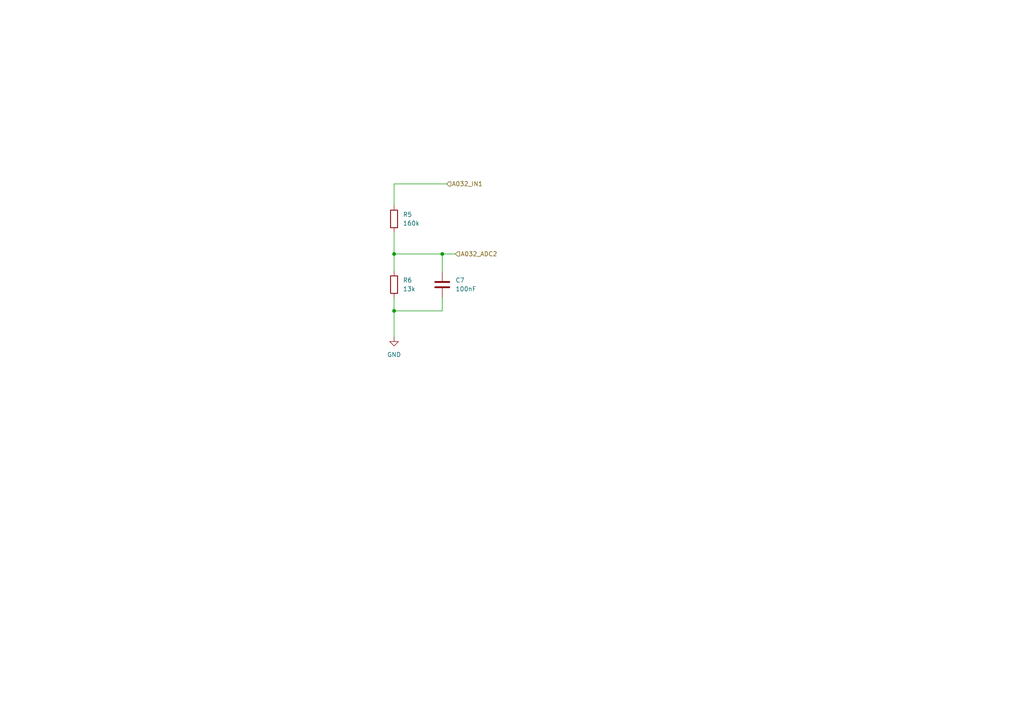
<source format=kicad_sch>
(kicad_sch
	(version 20250114)
	(generator "eeschema")
	(generator_version "9.0")
	(uuid "0a489cf9-70c5-43b8-b0a6-cf19d3d72af3")
	(paper "A4")
	(lib_symbols
		(symbol "Device:C"
			(pin_numbers
				(hide yes)
			)
			(pin_names
				(offset 0.254)
			)
			(exclude_from_sim no)
			(in_bom yes)
			(on_board yes)
			(property "Reference" "C"
				(at 0.635 2.54 0)
				(effects
					(font
						(size 1.27 1.27)
					)
					(justify left)
				)
			)
			(property "Value" "C"
				(at 0.635 -2.54 0)
				(effects
					(font
						(size 1.27 1.27)
					)
					(justify left)
				)
			)
			(property "Footprint" ""
				(at 0.9652 -3.81 0)
				(effects
					(font
						(size 1.27 1.27)
					)
					(hide yes)
				)
			)
			(property "Datasheet" "~"
				(at 0 0 0)
				(effects
					(font
						(size 1.27 1.27)
					)
					(hide yes)
				)
			)
			(property "Description" "Unpolarized capacitor"
				(at 0 0 0)
				(effects
					(font
						(size 1.27 1.27)
					)
					(hide yes)
				)
			)
			(property "ki_keywords" "cap capacitor"
				(at 0 0 0)
				(effects
					(font
						(size 1.27 1.27)
					)
					(hide yes)
				)
			)
			(property "ki_fp_filters" "C_*"
				(at 0 0 0)
				(effects
					(font
						(size 1.27 1.27)
					)
					(hide yes)
				)
			)
			(symbol "C_0_1"
				(polyline
					(pts
						(xy -2.032 0.762) (xy 2.032 0.762)
					)
					(stroke
						(width 0.508)
						(type default)
					)
					(fill
						(type none)
					)
				)
				(polyline
					(pts
						(xy -2.032 -0.762) (xy 2.032 -0.762)
					)
					(stroke
						(width 0.508)
						(type default)
					)
					(fill
						(type none)
					)
				)
			)
			(symbol "C_1_1"
				(pin passive line
					(at 0 3.81 270)
					(length 2.794)
					(name "~"
						(effects
							(font
								(size 1.27 1.27)
							)
						)
					)
					(number "1"
						(effects
							(font
								(size 1.27 1.27)
							)
						)
					)
				)
				(pin passive line
					(at 0 -3.81 90)
					(length 2.794)
					(name "~"
						(effects
							(font
								(size 1.27 1.27)
							)
						)
					)
					(number "2"
						(effects
							(font
								(size 1.27 1.27)
							)
						)
					)
				)
			)
			(embedded_fonts no)
		)
		(symbol "Device:R"
			(pin_numbers
				(hide yes)
			)
			(pin_names
				(offset 0)
			)
			(exclude_from_sim no)
			(in_bom yes)
			(on_board yes)
			(property "Reference" "R"
				(at 2.032 0 90)
				(effects
					(font
						(size 1.27 1.27)
					)
				)
			)
			(property "Value" "R"
				(at 0 0 90)
				(effects
					(font
						(size 1.27 1.27)
					)
				)
			)
			(property "Footprint" ""
				(at -1.778 0 90)
				(effects
					(font
						(size 1.27 1.27)
					)
					(hide yes)
				)
			)
			(property "Datasheet" "~"
				(at 0 0 0)
				(effects
					(font
						(size 1.27 1.27)
					)
					(hide yes)
				)
			)
			(property "Description" "Resistor"
				(at 0 0 0)
				(effects
					(font
						(size 1.27 1.27)
					)
					(hide yes)
				)
			)
			(property "ki_keywords" "R res resistor"
				(at 0 0 0)
				(effects
					(font
						(size 1.27 1.27)
					)
					(hide yes)
				)
			)
			(property "ki_fp_filters" "R_*"
				(at 0 0 0)
				(effects
					(font
						(size 1.27 1.27)
					)
					(hide yes)
				)
			)
			(symbol "R_0_1"
				(rectangle
					(start -1.016 -2.54)
					(end 1.016 2.54)
					(stroke
						(width 0.254)
						(type default)
					)
					(fill
						(type none)
					)
				)
			)
			(symbol "R_1_1"
				(pin passive line
					(at 0 3.81 270)
					(length 1.27)
					(name "~"
						(effects
							(font
								(size 1.27 1.27)
							)
						)
					)
					(number "1"
						(effects
							(font
								(size 1.27 1.27)
							)
						)
					)
				)
				(pin passive line
					(at 0 -3.81 90)
					(length 1.27)
					(name "~"
						(effects
							(font
								(size 1.27 1.27)
							)
						)
					)
					(number "2"
						(effects
							(font
								(size 1.27 1.27)
							)
						)
					)
				)
			)
			(embedded_fonts no)
		)
		(symbol "power:GND"
			(power)
			(pin_numbers
				(hide yes)
			)
			(pin_names
				(offset 0)
				(hide yes)
			)
			(exclude_from_sim no)
			(in_bom yes)
			(on_board yes)
			(property "Reference" "#PWR"
				(at 0 -6.35 0)
				(effects
					(font
						(size 1.27 1.27)
					)
					(hide yes)
				)
			)
			(property "Value" "GND"
				(at 0 -3.81 0)
				(effects
					(font
						(size 1.27 1.27)
					)
				)
			)
			(property "Footprint" ""
				(at 0 0 0)
				(effects
					(font
						(size 1.27 1.27)
					)
					(hide yes)
				)
			)
			(property "Datasheet" ""
				(at 0 0 0)
				(effects
					(font
						(size 1.27 1.27)
					)
					(hide yes)
				)
			)
			(property "Description" "Power symbol creates a global label with name \"GND\" , ground"
				(at 0 0 0)
				(effects
					(font
						(size 1.27 1.27)
					)
					(hide yes)
				)
			)
			(property "ki_keywords" "global power"
				(at 0 0 0)
				(effects
					(font
						(size 1.27 1.27)
					)
					(hide yes)
				)
			)
			(symbol "GND_0_1"
				(polyline
					(pts
						(xy 0 0) (xy 0 -1.27) (xy 1.27 -1.27) (xy 0 -2.54) (xy -1.27 -1.27) (xy 0 -1.27)
					)
					(stroke
						(width 0)
						(type default)
					)
					(fill
						(type none)
					)
				)
			)
			(symbol "GND_1_1"
				(pin power_in line
					(at 0 0 270)
					(length 0)
					(name "~"
						(effects
							(font
								(size 1.27 1.27)
							)
						)
					)
					(number "1"
						(effects
							(font
								(size 1.27 1.27)
							)
						)
					)
				)
			)
			(embedded_fonts no)
		)
	)
	(junction
		(at 114.3 90.17)
		(diameter 0)
		(color 0 0 0 0)
		(uuid "1910febd-dbbc-4708-b5e5-5365bb3172df")
	)
	(junction
		(at 128.27 73.66)
		(diameter 0)
		(color 0 0 0 0)
		(uuid "57dd8a5f-9e51-47d8-ac68-6c2c5b4346e3")
	)
	(junction
		(at 114.3 73.66)
		(diameter 0)
		(color 0 0 0 0)
		(uuid "77808b31-34bc-4c6e-8b6d-57655445a082")
	)
	(wire
		(pts
			(xy 114.3 73.66) (xy 114.3 78.74)
		)
		(stroke
			(width 0)
			(type default)
		)
		(uuid "0ea04ed6-c1ff-43dd-ae6a-8a963e70e41b")
	)
	(wire
		(pts
			(xy 128.27 86.36) (xy 128.27 90.17)
		)
		(stroke
			(width 0)
			(type default)
		)
		(uuid "38c773c7-2032-48cc-8748-b6840b0a1d7f")
	)
	(wire
		(pts
			(xy 129.54 53.34) (xy 114.3 53.34)
		)
		(stroke
			(width 0)
			(type default)
		)
		(uuid "6392e07d-0293-464c-b379-27b88ff84185")
	)
	(wire
		(pts
			(xy 114.3 86.36) (xy 114.3 90.17)
		)
		(stroke
			(width 0)
			(type default)
		)
		(uuid "750ca0df-64fb-4513-9218-beecab45b66c")
	)
	(wire
		(pts
			(xy 128.27 90.17) (xy 114.3 90.17)
		)
		(stroke
			(width 0)
			(type default)
		)
		(uuid "7c98a90c-87ac-4d96-b4cd-151e30032959")
	)
	(wire
		(pts
			(xy 114.3 67.31) (xy 114.3 73.66)
		)
		(stroke
			(width 0)
			(type default)
		)
		(uuid "7daad9c0-ce29-41cd-a14f-55b2fdbf707d")
	)
	(wire
		(pts
			(xy 114.3 90.17) (xy 114.3 97.79)
		)
		(stroke
			(width 0)
			(type default)
		)
		(uuid "828b2df9-d3c6-41c1-9fe0-6a2765326054")
	)
	(wire
		(pts
			(xy 114.3 73.66) (xy 128.27 73.66)
		)
		(stroke
			(width 0)
			(type default)
		)
		(uuid "9110fd40-f91f-4846-9db7-274fb555b9ca")
	)
	(wire
		(pts
			(xy 114.3 53.34) (xy 114.3 59.69)
		)
		(stroke
			(width 0)
			(type default)
		)
		(uuid "ba44b645-7e15-450f-9e72-6ce2af8f1d20")
	)
	(wire
		(pts
			(xy 128.27 73.66) (xy 128.27 78.74)
		)
		(stroke
			(width 0)
			(type default)
		)
		(uuid "d88d606c-0fd1-4ad5-9850-972131c43128")
	)
	(wire
		(pts
			(xy 128.27 73.66) (xy 132.08 73.66)
		)
		(stroke
			(width 0)
			(type default)
		)
		(uuid "df05c0f4-7b52-497a-bc31-e606cf72df5d")
	)
	(hierarchical_label "A032_ADC2"
		(shape input)
		(at 132.08 73.66 0)
		(effects
			(font
				(size 1.27 1.27)
			)
			(justify left)
		)
		(uuid "10fff06f-31f8-4977-94f5-d1c61acf7849")
	)
	(hierarchical_label "A032_IN1"
		(shape input)
		(at 129.54 53.34 0)
		(effects
			(font
				(size 1.27 1.27)
			)
			(justify left)
		)
		(uuid "a78433c4-e0e0-4cae-8e30-41e2e7ecdecd")
	)
	(symbol
		(lib_id "Device:R")
		(at 114.3 82.55 0)
		(unit 1)
		(exclude_from_sim no)
		(in_bom yes)
		(on_board yes)
		(dnp no)
		(fields_autoplaced yes)
		(uuid "00254ea9-ae83-4a7e-904e-3c38641ae880")
		(property "Reference" "R6"
			(at 116.84 81.2799 0)
			(effects
				(font
					(size 1.27 1.27)
				)
				(justify left)
			)
		)
		(property "Value" "13k"
			(at 116.84 83.8199 0)
			(effects
				(font
					(size 1.27 1.27)
				)
				(justify left)
			)
		)
		(property "Footprint" "PCM_Resistor_SMD_AKL:R_0603_1608Metric"
			(at 112.522 82.55 90)
			(effects
				(font
					(size 1.27 1.27)
				)
				(hide yes)
			)
		)
		(property "Datasheet" "~"
			(at 114.3 82.55 0)
			(effects
				(font
					(size 1.27 1.27)
				)
				(hide yes)
			)
		)
		(property "Description" "Resistor"
			(at 114.3 82.55 0)
			(effects
				(font
					(size 1.27 1.27)
				)
				(hide yes)
			)
		)
		(pin "2"
			(uuid "a93be48c-53f1-4a3f-a0d2-cf23a8289ec7")
		)
		(pin "1"
			(uuid "4ee7536a-ea83-40bb-a39d-0bc88a9c439e")
		)
		(instances
			(project "NIVARA PROJECT"
				(path "/dc6fb271-dfd0-4448-98f1-862b1cc93a80/2ca62569-d560-4cca-9470-52fd378086ae/3a825e63-2cdd-45bc-a380-f2ba861edb10"
					(reference "R6")
					(unit 1)
				)
			)
		)
	)
	(symbol
		(lib_id "power:GND")
		(at 114.3 97.79 0)
		(unit 1)
		(exclude_from_sim no)
		(in_bom yes)
		(on_board yes)
		(dnp no)
		(fields_autoplaced yes)
		(uuid "86d6a043-c8f3-4a36-a05c-1076efa5c337")
		(property "Reference" "#PWR024"
			(at 114.3 104.14 0)
			(effects
				(font
					(size 1.27 1.27)
				)
				(hide yes)
			)
		)
		(property "Value" "GND"
			(at 114.3 102.87 0)
			(effects
				(font
					(size 1.27 1.27)
				)
			)
		)
		(property "Footprint" ""
			(at 114.3 97.79 0)
			(effects
				(font
					(size 1.27 1.27)
				)
				(hide yes)
			)
		)
		(property "Datasheet" ""
			(at 114.3 97.79 0)
			(effects
				(font
					(size 1.27 1.27)
				)
				(hide yes)
			)
		)
		(property "Description" "Power symbol creates a global label with name \"GND\" , ground"
			(at 114.3 97.79 0)
			(effects
				(font
					(size 1.27 1.27)
				)
				(hide yes)
			)
		)
		(pin "1"
			(uuid "7bc47b8a-7283-43c9-9bb1-35ec938a7de0")
		)
		(instances
			(project ""
				(path "/dc6fb271-dfd0-4448-98f1-862b1cc93a80/2ca62569-d560-4cca-9470-52fd378086ae/3a825e63-2cdd-45bc-a380-f2ba861edb10"
					(reference "#PWR024")
					(unit 1)
				)
			)
		)
	)
	(symbol
		(lib_id "Device:C")
		(at 128.27 82.55 0)
		(unit 1)
		(exclude_from_sim no)
		(in_bom yes)
		(on_board yes)
		(dnp no)
		(fields_autoplaced yes)
		(uuid "c2ce1ef0-6c9f-4e20-8b8b-7f887f57a304")
		(property "Reference" "C7"
			(at 132.08 81.2799 0)
			(effects
				(font
					(size 1.27 1.27)
				)
				(justify left)
			)
		)
		(property "Value" "100nF"
			(at 132.08 83.8199 0)
			(effects
				(font
					(size 1.27 1.27)
				)
				(justify left)
			)
		)
		(property "Footprint" "PCM_Capacitor_SMD_AKL:C_0603_1608Metric"
			(at 129.2352 86.36 0)
			(effects
				(font
					(size 1.27 1.27)
				)
				(hide yes)
			)
		)
		(property "Datasheet" "~"
			(at 128.27 82.55 0)
			(effects
				(font
					(size 1.27 1.27)
				)
				(hide yes)
			)
		)
		(property "Description" "Unpolarized capacitor"
			(at 128.27 82.55 0)
			(effects
				(font
					(size 1.27 1.27)
				)
				(hide yes)
			)
		)
		(pin "2"
			(uuid "0478f1c9-bfcc-4ec0-bd17-9e68914592d6")
		)
		(pin "1"
			(uuid "c0dfac18-5e35-4016-8381-48a433d3a811")
		)
		(instances
			(project ""
				(path "/dc6fb271-dfd0-4448-98f1-862b1cc93a80/2ca62569-d560-4cca-9470-52fd378086ae/3a825e63-2cdd-45bc-a380-f2ba861edb10"
					(reference "C7")
					(unit 1)
				)
			)
		)
	)
	(symbol
		(lib_id "Device:R")
		(at 114.3 63.5 0)
		(unit 1)
		(exclude_from_sim no)
		(in_bom yes)
		(on_board yes)
		(dnp no)
		(fields_autoplaced yes)
		(uuid "d1d1ab8d-c93d-4fa7-ae91-f8614f354aec")
		(property "Reference" "R5"
			(at 116.84 62.2299 0)
			(effects
				(font
					(size 1.27 1.27)
				)
				(justify left)
			)
		)
		(property "Value" "160k"
			(at 116.84 64.7699 0)
			(effects
				(font
					(size 1.27 1.27)
				)
				(justify left)
			)
		)
		(property "Footprint" "PCM_Resistor_SMD_AKL:R_0603_1608Metric"
			(at 112.522 63.5 90)
			(effects
				(font
					(size 1.27 1.27)
				)
				(hide yes)
			)
		)
		(property "Datasheet" "~"
			(at 114.3 63.5 0)
			(effects
				(font
					(size 1.27 1.27)
				)
				(hide yes)
			)
		)
		(property "Description" "Resistor"
			(at 114.3 63.5 0)
			(effects
				(font
					(size 1.27 1.27)
				)
				(hide yes)
			)
		)
		(pin "2"
			(uuid "645b5d9c-c118-46a5-8322-a682c6bf77ae")
		)
		(pin "1"
			(uuid "e15626e2-127a-4ded-9fef-3e19f714c603")
		)
		(instances
			(project ""
				(path "/dc6fb271-dfd0-4448-98f1-862b1cc93a80/2ca62569-d560-4cca-9470-52fd378086ae/3a825e63-2cdd-45bc-a380-f2ba861edb10"
					(reference "R5")
					(unit 1)
				)
			)
		)
	)
)

</source>
